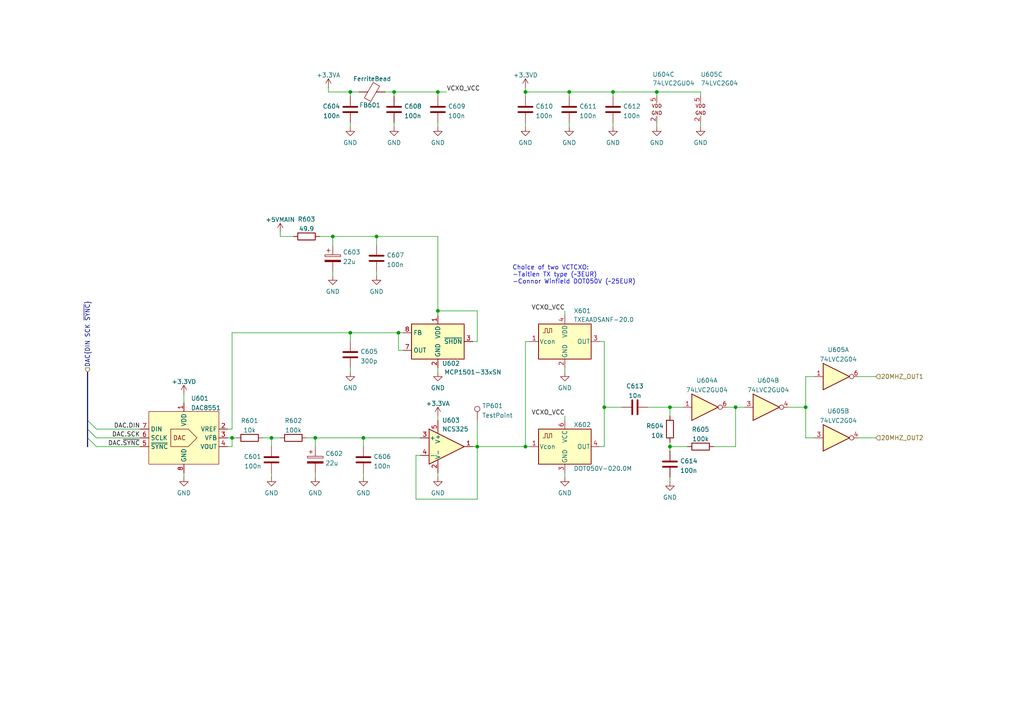
<source format=kicad_sch>
(kicad_sch (version 20211123) (generator eeschema)
  (paper "A4")
  (lib_symbols
    (symbol "+3.3VD_1" (power) (pin_names (offset 0))
      (property "Value" "+3.3VD_1" (at 0 3.556 0))
      (symbol "+3.3VD_1_0_1"
        (polyline (pts (xy -0.762 1.27) (xy 0 2.54)))
        (polyline (pts (xy 0 0) (xy 0 2.54)))
        (polyline (pts (xy 0 2.54) (xy 0.762 1.27)))
      )
      (symbol "+3.3VD_1_1_1"
        (pin power_in line (at 0 0 90) (length 0) hide (name "+3.3VD") (number "1"))
      )
    )
    (symbol "Amplifier_Operational:NCS325" (pin_names (offset 0.127))
      (property "Reference" "U" (at 0 6.35 0))
      (property "Value" "NCS325" (at 0 3.81 0))
      (symbol "NCS325_0_1"
        (polyline (pts (xy -5.08 5.08) (xy 5.08 0) (xy -5.08 -5.08) (xy -5.08 5.08)) (stroke (width 0.254)) (fill (type background)))
      )
      (symbol "NCS325_1_1"
        (pin output line (at 7.62 0 180) (length 2.54) (name "~") (number "1"))
        (pin power_in line (at -2.54 -7.62 90) (length 3.81) (name "V-") (number "2"))
        (pin input line (at -7.62 2.54 0) (length 2.54) (name "+") (number "3"))
        (pin input line (at -7.62 -2.54 0) (length 2.54) (name "-") (number "4"))
        (pin power_in line (at -2.54 7.62 270) (length 3.81) (name "V+") (number "5"))
      )
    )
    (symbol "Connector:TestPoint" (pin_numbers hide) (pin_names (offset 0.762) hide)
      (property "Reference" "TP" (at 0 6.858 0))
      (property "Value" "TestPoint" (at 0 5.08 0))
      (symbol "TestPoint_0_1"
        (circle (center 0 3.302) (radius 0.762))
      )
      (symbol "TestPoint_1_1"
        (pin passive line (at 0 0 90) (length 2.54) (name "1") (number "1"))
      )
    )
    (symbol "Device:C" (pin_numbers hide) (pin_names (offset 0.254))
      (property "Reference" "C" (at 0.635 2.54 0))
      (property "Value" "C" (at 0.635 -2.54 0))
      (symbol "C_0_1"
        (polyline (pts (xy -2.032 -0.762) (xy 2.032 -0.762)) (stroke (width 0.508)))
        (polyline (pts (xy -2.032 0.762) (xy 2.032 0.762)) (stroke (width 0.508)))
      )
      (symbol "C_1_1"
        (pin passive line (at 0 3.81 270) (length 2.794) (name "~") (number "1"))
        (pin passive line (at 0 -3.81 90) (length 2.794) (name "~") (number "2"))
      )
    )
    (symbol "Device:C_Polarized" (pin_numbers hide) (pin_names (offset 0.254))
      (property "Reference" "C" (at 0.635 2.54 0))
      (property "Value" "C_Polarized" (at 0.635 -2.54 0))
      (symbol "C_Polarized_0_1"
        (rectangle (start -2.286 0.508) (end 2.286 1.016))
        (polyline (pts (xy -1.778 2.286) (xy -0.762 2.286)))
        (polyline (pts (xy -1.27 2.794) (xy -1.27 1.778)))
        (rectangle (start 2.286 -0.508) (end -2.286 -1.016) (fill (type outline)))
      )
      (symbol "C_Polarized_1_1"
        (pin passive line (at 0 3.81 270) (length 2.794) (name "~") (number "1"))
        (pin passive line (at 0 -3.81 90) (length 2.794) (name "~") (number "2"))
      )
    )
    (symbol "Device:FerriteBead" (pin_numbers hide) (pin_names (offset 0))
      (property "Reference" "FB" (at -3.81 0.635 90))
      (property "Value" "FerriteBead" (at 3.81 0 90))
      (symbol "FerriteBead_0_1"
        (polyline (pts (xy 0 -1.27) (xy 0 -1.2192)))
        (polyline (pts (xy 0 1.27) (xy 0 1.2954)))
        (polyline (pts (xy -2.7686 0.4064) (xy -1.7018 2.2606) (xy 2.7686 -0.3048) (xy 1.6764 -2.159) (xy -2.7686 0.4064)))
      )
      (symbol "FerriteBead_1_1"
        (pin passive line (at 0 3.81 270) (length 2.54) (name "~") (number "1"))
        (pin passive line (at 0 -3.81 90) (length 2.54) (name "~") (number "2"))
      )
    )
    (symbol "Device:R" (pin_numbers hide) (pin_names (offset 0))
      (property "Reference" "R" (at 2.032 0 90))
      (property "Value" "R" (at 0 0 90))
      (symbol "R_0_1"
        (rectangle (start -1.016 -2.54) (end 1.016 2.54) (stroke (width 0.254)))
      )
      (symbol "R_1_1"
        (pin passive line (at 0 3.81 270) (length 1.27) (name "~") (number "1"))
        (pin passive line (at 0 -3.81 90) (length 1.27) (name "~") (number "2"))
      )
    )
    (symbol "Reference_Voltage:MCP1501-33xSN"
      (property "Reference" "U" (at -5.08 6.35 0))
      (property "Value" "MCP1501-33xSN" (at 11.43 6.35 0))
      (symbol "MCP1501-33xSN_0_0"
        (pin power_in line (at 0 7.62 270) (length 2.54) (name "VDD") (number "1"))
        (pin power_in line (at 0 -7.62 90) (length 2.54) (name "GND") (number "2"))
        (pin input line (at -10.16 0 0) (length 2.54) (name "~{SHDN}") (number "3"))
        (pin passive line (at 0 -7.62 90) (length 2.54) hide (name "GND") (number "4"))
        (pin passive line (at 0 -7.62 90) (length 2.54) hide (name "GND") (number "5"))
        (pin passive line (at 0 -7.62 90) (length 2.54) hide (name "GND") (number "6"))
        (pin power_out line (at 10.16 -2.54 180) (length 2.54) (name "OUT") (number "7"))
        (pin input line (at 10.16 2.54 180) (length 2.54) (name "FB") (number "8"))
      )
      (symbol "MCP1501-33xSN_0_1"
        (rectangle (start -7.62 5.08) (end 7.62 -5.08) (stroke (width 0.254)) (fill (type background)))
      )
    )
    (symbol "power:GND" (power) (pin_names (offset 0))
      (property "Value" "GND" (at 0 -3.81 0))
      (symbol "GND_0_1"
        (polyline (pts (xy 0 0) (xy 0 -1.27) (xy 1.27 -1.27) (xy 0 -2.54) (xy -1.27 -1.27) (xy 0 -1.27)))
      )
      (symbol "GND_1_1"
        (pin power_in line (at 0 0 270) (length 0) hide (name "GND") (number "1"))
      )
    )
    (symbol "symbols:+3.3VA" (power) (pin_names (offset 0))
      (property "Value" "+3.3VA" (at 0 3.556 0))
      (symbol "+3.3VA_0_1"
        (polyline (pts (xy -0.762 1.27) (xy 0 2.54)))
        (polyline (pts (xy 0 0) (xy 0 2.54)))
        (polyline (pts (xy 0 2.54) (xy 0.762 1.27)))
      )
      (symbol "+3.3VA_1_1"
        (pin power_in line (at 0 0 90) (length 0) hide (name "+3.3VA") (number "1"))
      )
    )
    (symbol "symbols:+3.3VD" (power) (pin_names (offset 0))
      (property "Value" "+3.3VD" (at 0 3.556 0))
      (symbol "+3.3VD_0_1"
        (polyline (pts (xy -0.762 1.27) (xy 0 2.54)))
        (polyline (pts (xy 0 0) (xy 0 2.54)))
        (polyline (pts (xy 0 2.54) (xy 0.762 1.27)))
      )
      (symbol "+3.3VD_1_1"
        (pin power_in line (at 0 0 90) (length 0) hide (name "+3.3VD") (number "1"))
      )
    )
    (symbol "symbols:+5VMAIN" (power) (pin_names (offset 0))
      (property "Value" "+5VMAIN" (at 0 3.556 0))
      (symbol "+5VMAIN_0_1"
        (polyline (pts (xy -0.762 1.27) (xy 0 2.54)))
        (polyline (pts (xy 0 0) (xy 0 2.54)))
        (polyline (pts (xy 0 2.54) (xy 0.762 1.27)))
      )
      (symbol "+5VMAIN_1_1"
        (pin power_in line (at 0 0 90) (length 0) hide (name "+5VMAIN") (number "1"))
      )
    )
    (symbol "symbols:74LVC2G04"
      (property "Reference" "U" (at 2.54 7.62 0))
      (property "Value" "74LVC2G04" (at 2.54 5.08 0))
      (symbol "74LVC2G04_1_1"
        (rectangle (start -2.54 3.81) (end -2.54 -3.81) (stroke (width 0.254)) (fill (type background)))
        (polyline (pts (xy -2.54 -3.81) (xy 5.08 0) (xy -2.54 3.81)) (stroke (width 0.254)) (fill (type background)))
        (circle (center 5.715 0) (radius 0.635))
        (pin input line (at -5.08 0 0) (length 2.54) (name "~") (number "1"))
        (pin output line (at 7.62 0 180) (length 1.27) (name "~") (number "6"))
      )
      (symbol "74LVC2G04_2_1"
        (rectangle (start -2.54 3.81) (end -2.54 -3.81) (stroke (width 0.254)) (fill (type background)))
        (polyline (pts (xy -2.54 -3.81) (xy 5.08 0) (xy -2.54 3.81)) (stroke (width 0.254)) (fill (type background)))
        (circle (center 5.715 0) (radius 0.635))
        (pin input line (at -5.08 0 0) (length 2.54) (name "~") (number "3"))
        (pin output line (at 7.62 0 180) (length 1.27) (name "~") (number "4"))
      )
      (symbol "74LVC2G04_3_0"
        (text "GND" (at 0 -1.016 0) (effects (font (size 1 1))))
        (text "VDD" (at 0 1.016 0) (effects (font (size 1 1))))
      )
      (symbol "74LVC2G04_3_1"
        (pin power_in line (at 0 -3.81 90) (length 1.905) (name "~") (number "2"))
        (pin power_in line (at 0 3.81 270) (length 1.905) (name "~") (number "5"))
      )
    )
    (symbol "symbols:74LVC2GU04"
      (property "Reference" "U" (at 2.54 7.62 0))
      (property "Value" "74LVC2GU04" (at 2.54 5.08 0))
      (symbol "74LVC2GU04_1_1"
        (rectangle (start -2.54 3.81) (end -2.54 -3.81) (stroke (width 0.254)) (fill (type background)))
        (polyline (pts (xy -2.54 -3.81) (xy 5.08 0) (xy -2.54 3.81)) (stroke (width 0.254)) (fill (type background)))
        (circle (center 5.715 0) (radius 0.635))
        (pin input line (at -5.08 0 0) (length 2.54) (name "~") (number "1"))
        (pin output line (at 7.62 0 180) (length 1.27) (name "~") (number "6"))
      )
      (symbol "74LVC2GU04_2_1"
        (rectangle (start -2.54 3.81) (end -2.54 -3.81) (stroke (width 0.254)) (fill (type background)))
        (polyline (pts (xy -2.54 -3.81) (xy 5.08 0) (xy -2.54 3.81)) (stroke (width 0.254)) (fill (type background)))
        (circle (center 5.715 0) (radius 0.635))
        (pin input line (at -5.08 0 0) (length 2.54) (name "~") (number "3"))
        (pin output line (at 7.62 0 180) (length 1.27) (name "~") (number "4"))
      )
      (symbol "74LVC2GU04_3_0"
        (text "GND" (at 0 -1.016 0) (effects (font (size 1 1))))
        (text "VDD" (at 0 1.016 0) (effects (font (size 1 1))))
      )
      (symbol "74LVC2GU04_3_1"
        (pin power_in line (at 0 -3.81 90) (length 1.905) (name "~") (number "2"))
        (pin power_in line (at 0 3.81 270) (length 1.905) (name "~") (number "5"))
      )
    )
    (symbol "symbols:DAC8551"
      (property "Reference" "U" (at 2.54 11.43 0))
      (property "Value" "DAC8551" (at 2.54 8.89 0))
      (symbol "DAC8551_0_0"
        (text "DAC" (at -1.27 0 0) (effects (font (size 1.27 1.27))))
      )
      (symbol "DAC8551_0_1"
        (rectangle (start -10.16 7.62) (end 10.16 -7.62) (fill (type background)))
        (polyline (pts (xy -3.81 2.54) (xy -3.81 -2.54) (xy 1.27 -2.54) (xy 3.81 0) (xy 1.27 2.54) (xy -3.81 2.54)))
      )
      (symbol "DAC8551_1_1"
        (pin power_in line (at 0 10.16 270) (length 2.54) (name "VDD") (number "1"))
        (pin input line (at 12.7 2.54 180) (length 2.54) (name "VREF") (number "2"))
        (pin input line (at 12.7 0 180) (length 2.54) (name "VFB") (number "3"))
        (pin output line (at 12.7 -2.54 180) (length 2.54) (name "VOUT") (number "4"))
        (pin input line (at -12.7 -2.54 0) (length 2.54) (name "~{SYNC}") (number "5"))
        (pin input line (at -12.7 0 0) (length 2.54) (name "SCLK") (number "6"))
        (pin input line (at -12.7 2.54 0) (length 2.54) (name "DIN") (number "7"))
        (pin power_in line (at 0 -10.16 90) (length 2.54) (name "GND") (number "8"))
      )
    )
    (symbol "symbols:DOT050V" (pin_names (offset 0.254))
      (property "Reference" "X" (at 2.54 6.35 0))
      (property "Value" "DOT050V" (at 2.54 -6.35 0))
      (symbol "DOT050V_0_1"
        (rectangle (start -7.62 5.08) (end 7.62 -5.08) (stroke (width 0.254)) (fill (type background)))
        (polyline (pts (xy -6.35 2.54) (xy -5.715 2.54) (xy -5.715 3.81) (xy -5.08 3.81) (xy -5.08 2.54) (xy -4.445 2.54) (xy -4.445 3.81) (xy -3.81 3.81) (xy -3.81 2.54)))
      )
      (symbol "DOT050V_1_1"
        (pin input line (at -10.16 0 0) (length 2.54) (name "Vcon") (number "1"))
        (pin power_in line (at 0 -7.62 90) (length 2.54) (name "GND") (number "3"))
        (pin output line (at 10.16 0 180) (length 2.54) (name "OUT") (number "4"))
        (pin power_in line (at 0 7.62 270) (length 2.54) (name "VCC") (number "6"))
      )
    )
    (symbol "symbols:TAITIEN-TX" (pin_names (offset 0.254))
      (property "Reference" "X" (at 2.54 6.35 0))
      (property "Value" "TAITIEN-TX" (at 2.54 -6.35 0))
      (symbol "TAITIEN-TX_0_1"
        (rectangle (start -7.62 5.08) (end 7.62 -5.08) (stroke (width 0.254)) (fill (type background)))
        (polyline (pts (xy -6.35 2.54) (xy -5.715 2.54) (xy -5.715 3.81) (xy -5.08 3.81) (xy -5.08 2.54) (xy -4.445 2.54) (xy -4.445 3.81) (xy -3.81 3.81) (xy -3.81 2.54)))
      )
      (symbol "TAITIEN-TX_1_1"
        (pin input line (at -10.16 0 0) (length 2.54) (name "Vcon") (number "1"))
        (pin power_in line (at 0 -7.62 90) (length 2.54) (name "GND") (number "2"))
        (pin output line (at 10.16 0 180) (length 2.54) (name "OUT") (number "3"))
        (pin power_in line (at 0 7.62 270) (length 2.54) (name "VDD") (number "4"))
      )
    )
  )
  (junction (at 91.44 127))
  (junction (at 109.22 68.58))
  (junction (at 127 90.17))
  (junction (at 175.26 118.11))
  (junction (at 177.8 26.67))
  (junction (at 78.74 127))
  (junction (at 152.4 26.67))
  (junction (at 96.52 68.58))
  (junction (at 213.36 118.11))
  (junction (at 194.31 129.54))
  (junction (at 101.6 26.67))
  (junction (at 114.3 26.67))
  (junction (at 152.4 129.54))
  (junction (at 115.57 96.52))
  (junction (at 67.31 127))
  (junction (at 233.68 118.11))
  (junction (at 105.41 127))
  (junction (at 127 26.67))
  (junction (at 165.1 26.67))
  (junction (at 101.6 96.52))
  (junction (at 194.31 118.11))
  (junction (at 190.5 26.67))
  (junction (at 138.43 129.54))
  (bus_entry (at 25.4 127) (size 2.54 2.54))
  (bus_entry (at 25.4 124.46) (size 2.54 2.54))
  (bus_entry (at 25.4 121.92) (size 2.54 2.54))
  (wire (pts (xy 105.41 127) (xy 105.41 129.54)))
  (wire (pts (xy 109.22 68.58) (xy 127 68.58)))
  (wire (pts (xy 233.68 118.11) (xy 233.68 109.22)))
  (wire (pts (xy 127 68.58) (xy 127 90.17)))
  (wire (pts (xy 228.6 118.11) (xy 233.68 118.11)))
  (wire (pts (xy 81.28 68.58) (xy 81.28 67.31)))
  (wire (pts (xy 175.26 129.54) (xy 173.99 129.54)))
  (wire (pts (xy 104.14 26.67) (xy 101.6 26.67)))
  (wire (pts (xy 163.83 106.68) (xy 163.83 107.95)))
  (wire (pts (xy 88.9 127) (xy 91.44 127)))
  (wire (pts (xy 165.1 26.67) (xy 165.1 27.94)))
  (wire (pts (xy 236.22 127) (xy 233.68 127)))
  (wire (pts (xy 120.65 144.78) (xy 138.43 144.78)))
  (wire (pts (xy 210.82 118.11) (xy 213.36 118.11)))
  (wire (pts (xy 96.52 68.58) (xy 109.22 68.58)))
  (wire (pts (xy 127 26.67) (xy 127 27.94)))
  (wire (pts (xy 91.44 127) (xy 91.44 129.54)))
  (wire (pts (xy 152.4 25.4) (xy 152.4 26.67)))
  (wire (pts (xy 152.4 35.56) (xy 152.4 36.83)))
  (wire (pts (xy 67.31 96.52) (xy 101.6 96.52)))
  (wire (pts (xy 138.43 99.06) (xy 137.16 99.06)))
  (wire (pts (xy 67.31 127) (xy 68.58 127)))
  (wire (pts (xy 175.26 118.11) (xy 180.34 118.11)))
  (wire (pts (xy 92.71 68.58) (xy 96.52 68.58)))
  (wire (pts (xy 194.31 129.54) (xy 194.31 130.81)))
  (wire (pts (xy 127 106.68) (xy 127 107.95)))
  (wire (pts (xy 127 91.44) (xy 127 90.17)))
  (wire (pts (xy 127 35.56) (xy 127 36.83)))
  (wire (pts (xy 163.83 137.16) (xy 163.83 138.43)))
  (wire (pts (xy 152.4 99.06) (xy 152.4 129.54)))
  (wire (pts (xy 67.31 127) (xy 67.31 129.54)))
  (wire (pts (xy 163.83 120.65) (xy 163.83 121.92)))
  (wire (pts (xy 96.52 78.74) (xy 96.52 80.01)))
  (wire (pts (xy 27.94 129.54) (xy 40.64 129.54)))
  (wire (pts (xy 120.65 132.08) (xy 120.65 144.78)))
  (wire (pts (xy 111.76 26.67) (xy 114.3 26.67)))
  (wire (pts (xy 175.26 99.06) (xy 175.26 118.11)))
  (wire (pts (xy 153.67 99.06) (xy 152.4 99.06)))
  (wire (pts (xy 78.74 127) (xy 78.74 129.54)))
  (wire (pts (xy 101.6 96.52) (xy 101.6 99.06)))
  (wire (pts (xy 190.5 35.56) (xy 190.5 36.83)))
  (wire (pts (xy 163.83 90.17) (xy 163.83 91.44)))
  (wire (pts (xy 173.99 99.06) (xy 175.26 99.06)))
  (wire (pts (xy 138.43 129.54) (xy 152.4 129.54)))
  (wire (pts (xy 137.16 129.54) (xy 138.43 129.54)))
  (wire (pts (xy 233.68 127) (xy 233.68 118.11)))
  (wire (pts (xy 175.26 118.11) (xy 175.26 129.54)))
  (wire (pts (xy 152.4 129.54) (xy 153.67 129.54)))
  (wire (pts (xy 233.68 109.22) (xy 236.22 109.22)))
  (wire (pts (xy 127 120.65) (xy 127 121.92)))
  (wire (pts (xy 127 137.16) (xy 127 138.43)))
  (wire (pts (xy 194.31 128.27) (xy 194.31 129.54)))
  (wire (pts (xy 152.4 26.67) (xy 152.4 27.94)))
  (wire (pts (xy 53.34 137.16) (xy 53.34 138.43)))
  (wire (pts (xy 165.1 35.56) (xy 165.1 36.83)))
  (wire (pts (xy 190.5 26.67) (xy 190.5 27.94)))
  (wire (pts (xy 138.43 90.17) (xy 138.43 99.06)))
  (wire (pts (xy 53.34 114.3) (xy 53.34 116.84)))
  (wire (pts (xy 165.1 26.67) (xy 177.8 26.67)))
  (wire (pts (xy 66.04 124.46) (xy 67.31 124.46)))
  (wire (pts (xy 105.41 137.16) (xy 105.41 138.43)))
  (wire (pts (xy 66.04 127) (xy 67.31 127)))
  (wire (pts (xy 248.92 127) (xy 254 127)))
  (wire (pts (xy 91.44 127) (xy 105.41 127)))
  (wire (pts (xy 101.6 26.67) (xy 101.6 27.94)))
  (wire (pts (xy 109.22 78.74) (xy 109.22 80.01)))
  (wire (pts (xy 91.44 137.16) (xy 91.44 138.43)))
  (wire (pts (xy 27.94 124.46) (xy 40.64 124.46)))
  (wire (pts (xy 194.31 118.11) (xy 198.12 118.11)))
  (bus (pts (xy 25.4 124.46) (xy 25.4 127)))
  (wire (pts (xy 115.57 96.52) (xy 115.57 101.6)))
  (wire (pts (xy 248.92 109.22) (xy 254 109.22)))
  (wire (pts (xy 207.01 129.54) (xy 213.36 129.54)))
  (wire (pts (xy 109.22 68.58) (xy 109.22 71.12)))
  (wire (pts (xy 76.2 127) (xy 78.74 127)))
  (wire (pts (xy 152.4 26.67) (xy 165.1 26.67)))
  (wire (pts (xy 177.8 26.67) (xy 177.8 27.94)))
  (wire (pts (xy 114.3 26.67) (xy 127 26.67)))
  (wire (pts (xy 138.43 144.78) (xy 138.43 129.54)))
  (wire (pts (xy 187.96 118.11) (xy 194.31 118.11)))
  (wire (pts (xy 96.52 68.58) (xy 96.52 71.12)))
  (wire (pts (xy 213.36 118.11) (xy 215.9 118.11)))
  (wire (pts (xy 66.04 129.54) (xy 67.31 129.54)))
  (wire (pts (xy 177.8 35.56) (xy 177.8 36.83)))
  (wire (pts (xy 194.31 129.54) (xy 199.39 129.54)))
  (bus (pts (xy 25.4 107.95) (xy 25.4 121.92)))
  (wire (pts (xy 115.57 96.52) (xy 101.6 96.52)))
  (wire (pts (xy 101.6 35.56) (xy 101.6 36.83)))
  (bus (pts (xy 25.4 121.92) (xy 25.4 124.46)))
  (wire (pts (xy 105.41 127) (xy 121.92 127)))
  (wire (pts (xy 27.94 127) (xy 40.64 127)))
  (wire (pts (xy 203.2 26.67) (xy 203.2 27.94)))
  (wire (pts (xy 177.8 26.67) (xy 190.5 26.67)))
  (wire (pts (xy 114.3 35.56) (xy 114.3 36.83)))
  (wire (pts (xy 194.31 120.65) (xy 194.31 118.11)))
  (wire (pts (xy 116.84 96.52) (xy 115.57 96.52)))
  (wire (pts (xy 101.6 106.68) (xy 101.6 107.95)))
  (wire (pts (xy 127 26.67) (xy 129.54 26.67)))
  (wire (pts (xy 213.36 129.54) (xy 213.36 118.11)))
  (bus (pts (xy 25.4 127) (xy 25.4 129.54)))
  (wire (pts (xy 121.92 132.08) (xy 120.65 132.08)))
  (wire (pts (xy 67.31 124.46) (xy 67.31 96.52)))
  (wire (pts (xy 127 90.17) (xy 138.43 90.17)))
  (wire (pts (xy 95.25 25.4) (xy 95.25 26.67)))
  (wire (pts (xy 114.3 26.67) (xy 114.3 27.94)))
  (wire (pts (xy 78.74 137.16) (xy 78.74 138.43)))
  (wire (pts (xy 78.74 127) (xy 81.28 127)))
  (wire (pts (xy 138.43 121.92) (xy 138.43 129.54)))
  (wire (pts (xy 203.2 35.56) (xy 203.2 36.83)))
  (wire (pts (xy 190.5 26.67) (xy 203.2 26.67)))
  (wire (pts (xy 115.57 101.6) (xy 116.84 101.6)))
  (wire (pts (xy 81.28 68.58) (xy 85.09 68.58)))
  (wire (pts (xy 194.31 139.7) (xy 194.31 138.43)))
  (wire (pts (xy 95.25 26.67) (xy 101.6 26.67)))
  (text "Choice of two VCTCXO:\n-Taitien TX type (~3EUR)\n-Connor Winfield DOT050V (~25EUR)" (at 148.59 82.55 0) (effects (font (size 1.27 1.27)) (justify left bottom)))
  (label "DAC.~{SYNC}" (at 40.64 129.54 180))
  (label "VCXO_VCC" (at 163.83 120.65 180))
  (label "VCXO_VCC" (at 163.83 90.17 180))
  (label "VCXO_VCC" (at 129.54 26.67 0))
  (label "DAC.SCK" (at 40.64 127 180))
  (label "DAC.DIN" (at 40.64 124.46 180))
  (hierarchical_label "20MHZ_OUT1" (shape input) (at 254 109.22 0))
  (hierarchical_label "DAC{DIN SCK ~{SYNC}}" (shape input) (at 25.4 107.95 90))
  (hierarchical_label "20MHZ_OUT2" (shape input) (at 254 127 0))
  (symbol (lib_id "power:GND") (at 109.22 80.01 0) (unit 1)
    (property "Reference" "#PWR0611" (effects hide))
    (property "Value" "GND" (at 109.22 84.5725 0))
  )
  (symbol (lib_id "Device:C") (at 177.8 31.75 180) (unit 1)
    (property "Reference" "C612" (at 180.721 30.8415 0) (effects (justify right)))
    (property "Value" "100n" (at 180.721 33.6166 0) (effects (justify right)))
    (property "Footprint" "Capacitor_SMD:C_0805_2012Metric" (effects hide))
  )
  (symbol (lib_id "Device:C") (at 101.6 31.75 180) (unit 1)
    (property "Reference" "C604" (at 98.679 30.8415 0) (effects (justify left)))
    (property "Value" "100n" (at 98.679 33.6166 0) (effects (justify left)))
    (property "Footprint" "Capacitor_SMD:C_0805_2012Metric" (effects hide))
  )
  (symbol (lib_id "symbols:74LVC2G04") (at 241.3 109.22 0) (unit 1)
    (property "Reference" "U605" (at 243.1415 101.4435 0))
    (property "Value" "74LVC2G04" (at 243.1415 104.2186 0))
    (property "Footprint" "Package_TO_SOT_SMD:SOT-23-6" (effects hide))
    (property "Datasheet" "https://assets.nexperia.com/documents/data-sheet/74LVC2GU04.pdf" (effects hide))
  )
  (symbol (lib_id "symbols:74LVC2GU04") (at 220.98 118.11 0) (unit 2)
    (property "Reference" "U604" (at 222.8215 110.3335 0))
    (property "Value" "74LVC2GU04" (at 222.8215 113.1086 0))
    (property "Footprint" "Package_TO_SOT_SMD:SOT-23-6" (effects hide))
    (property "Datasheet" "https://assets.nexperia.com/documents/data-sheet/74LVC2GU04.pdf" (effects hide))
  )
  (symbol (lib_id "power:GND") (at 53.34 138.43 0) (unit 1)
    (property "Reference" "#PWR0602" (effects hide))
    (property "Value" "GND" (at 53.34 142.9925 0))
  )
  (symbol (lib_id "Device:R") (at 72.39 127 90) (unit 1)
    (property "Reference" "R601" (at 72.39 122.0175 90))
    (property "Value" "10k" (at 72.39 124.7926 90))
    (property "Footprint" "Resistor_SMD:R_0805_2012Metric" (effects hide))
  )
  (symbol (lib_id "Device:C_Polarized") (at 96.52 74.93 0) (unit 1)
    (property "Reference" "C603" (at 99.441 73.1325 0) (effects (justify left)))
    (property "Value" "22u" (at 99.441 75.9076 0) (effects (justify left)))
  )
  (symbol (lib_id "Device:R") (at 88.9 68.58 270) (unit 1)
    (property "Reference" "R603" (at 88.9 63.5975 90))
    (property "Value" "49.9" (at 88.9 66.3726 90))
    (property "Footprint" "Resistor_SMD:R_0805_2012Metric" (effects hide))
  )
  (symbol (lib_id "symbols:74LVC2GU04") (at 190.5 31.75 0) (unit 3)
    (property "Reference" "U604" (at 189.23 21.59 0) (effects (justify left)))
    (property "Value" "74LVC2GU04" (at 189.23 24.13 0) (effects (justify left)))
    (property "Footprint" "Package_TO_SOT_SMD:SOT-23-6" (effects hide))
    (property "Datasheet" "https://assets.nexperia.com/documents/data-sheet/74LVC2GU04.pdf" (effects hide))
  )
  (symbol (lib_id "power:GND") (at 203.2 36.83 0) (unit 1)
    (property "Reference" "#PWR0625" (effects hide))
    (property "Value" "GND" (at 203.2 41.3925 0))
  )
  (symbol (lib_id "symbols:DOT050V") (at 163.83 129.54 0) (unit 1)
    (property "Reference" "X602" (at 166.37 123.19 0) (effects (justify left)))
    (property "Value" "DOT050V-020.0M" (at 166.37 135.89 0) (effects (justify left)))
    (property "Datasheet" "http://www.conwin.com/datasheets/tx/tx395.pdf" (effects hide))
  )
  (symbol (lib_id "power:GND") (at 152.4 36.83 0) (unit 1)
    (property "Reference" "#PWR0618" (effects hide))
    (property "Value" "GND" (at 152.4 41.3925 0))
  )
  (symbol (lib_id "power:GND") (at 91.44 138.43 0) (unit 1)
    (property "Reference" "#PWR0605" (effects hide))
    (property "Value" "GND" (at 91.44 142.9925 0))
  )
  (symbol (lib_id "Device:C") (at 165.1 31.75 180) (unit 1)
    (property "Reference" "C611" (at 168.021 30.8415 0) (effects (justify right)))
    (property "Value" "100n" (at 168.021 33.6166 0) (effects (justify right)))
    (property "Footprint" "Capacitor_SMD:C_0805_2012Metric" (effects hide))
  )
  (symbol (lib_id "Device:C") (at 184.15 118.11 270) (unit 1)
    (property "Reference" "C613" (at 184.15 111.9845 90))
    (property "Value" "10n" (at 184.15 114.7596 90))
    (property "Footprint" "Capacitor_SMD:C_0805_2012Metric" (effects hide))
    (property "Remarks" "Class 1" (effects hide))
  )
  (symbol (lib_id "Device:C") (at 114.3 31.75 180) (unit 1)
    (property "Reference" "C608" (at 117.221 30.8415 0) (effects (justify right)))
    (property "Value" "100n" (at 117.221 33.6166 0) (effects (justify right)))
    (property "Footprint" "Capacitor_SMD:C_0805_2012Metric" (effects hide))
  )
  (symbol (lib_id "Device:C") (at 109.22 74.93 0) (unit 1)
    (property "Reference" "C607" (at 112.141 74.0215 0) (effects (justify left)))
    (property "Value" "100n" (at 112.141 76.7966 0) (effects (justify left)))
    (property "Footprint" "Capacitor_SMD:C_0805_2012Metric" (effects hide))
  )
  (symbol (lib_id "power:GND") (at 194.31 139.7 0) (unit 1)
    (property "Reference" "#PWR0624" (effects hide))
    (property "Value" "GND" (at 194.31 144.2625 0))
  )
  (symbol (lib_id "power:GND") (at 101.6 36.83 0) (unit 1)
    (property "Reference" "#PWR0608" (effects hide))
    (property "Value" "GND" (at 101.6 41.3925 0))
  )
  (symbol (lib_id "symbols:74LVC2G04") (at 241.3 127 0) (unit 2)
    (property "Reference" "U605" (at 243.1415 119.2235 0))
    (property "Value" "74LVC2G04" (at 243.1415 121.9986 0))
    (property "Footprint" "Package_TO_SOT_SMD:SOT-23-6" (effects hide))
    (property "Datasheet" "https://assets.nexperia.com/documents/data-sheet/74LVC2GU04.pdf" (effects hide))
  )
  (symbol (lib_id "power:GND") (at 165.1 36.83 0) (unit 1)
    (property "Reference" "#PWR0621" (effects hide))
    (property "Value" "GND" (at 165.1 41.3925 0))
  )
  (symbol (lib_id "symbols:+3.3VA") (at 127 120.65 0) (unit 1)
    (property "Reference" "#PWR0615" (effects hide))
    (property "Value" "+3.3VA" (at 127 117.0455 0))
  )
  (symbol (lib_id "power:GND") (at 101.6 107.95 0) (unit 1)
    (property "Reference" "#PWR0609" (effects hide))
    (property "Value" "GND" (at 101.6 112.5125 0))
  )
  (symbol (lib_id "power:GND") (at 114.3 36.83 0) (unit 1)
    (property "Reference" "#PWR0612" (effects hide))
    (property "Value" "GND" (at 114.3 41.3925 0))
  )
  (symbol (lib_id "symbols:74LVC2GU04") (at 203.2 118.11 0) (unit 1)
    (property "Reference" "U604" (at 205.0415 110.3335 0))
    (property "Value" "74LVC2GU04" (at 205.0415 113.1086 0))
    (property "Footprint" "Package_TO_SOT_SMD:SOT-23-6" (effects hide))
    (property "Datasheet" "https://assets.nexperia.com/documents/data-sheet/74LVC2GU04.pdf" (effects hide))
  )
  (symbol (lib_id "Device:C") (at 127 31.75 180) (unit 1)
    (property "Reference" "C609" (at 129.921 30.8415 0) (effects (justify right)))
    (property "Value" "100n" (at 129.921 33.6166 0) (effects (justify right)))
    (property "Footprint" "Capacitor_SMD:C_0805_2012Metric" (effects hide))
  )
  (symbol (lib_id "Device:C") (at 152.4 31.75 180) (unit 1)
    (property "Reference" "C610" (at 155.321 30.8415 0) (effects (justify right)))
    (property "Value" "100n" (at 155.321 33.6166 0) (effects (justify right)))
    (property "Footprint" "Capacitor_SMD:C_0805_2012Metric" (effects hide))
  )
  (symbol (lib_id "power:GND") (at 163.83 107.95 0) (unit 1)
    (property "Reference" "#PWR0619" (effects hide))
    (property "Value" "GND" (at 163.83 112.5125 0))
  )
  (symbol (lib_id "Reference_Voltage:MCP1501-33xSN") (at 127 99.06 0) (mirror y) (unit 1)
    (property "Reference" "U602" (at 130.81 105.41 0))
    (property "Value" "MCP1501-33xSN" (at 137.16 107.95 0))
    (property "Footprint" "Package_SO:SOIC-8_3.9x4.9mm_P1.27mm" (effects hide))
    (property "Datasheet" "http://ww1.microchip.com/downloads/en/DeviceDoc/20005474E.pdf" (effects hide))
  )
  (symbol (lib_id "power:GND") (at 127 107.95 0) (unit 1)
    (property "Reference" "#PWR0614" (effects hide))
    (property "Value" "GND" (at 127 112.5125 0))
  )
  (symbol (lib_id "Amplifier_Operational:NCS325") (at 129.54 129.54 0) (unit 1)
    (property "Reference" "U603" (at 130.81 121.92 0))
    (property "Value" "NCS325" (at 132.08 124.46 0))
    (property "Footprint" "Package_TO_SOT_SMD:SOT-23-5" (effects hide))
    (property "Datasheet" "http://www.onsemi.com/pub/Collateral/NCS325-D.PDF" (effects hide))
  )
  (symbol (lib_id "Device:C") (at 78.74 133.35 0) (unit 1)
    (property "Reference" "C601" (at 75.8191 132.4415 0) (effects (justify right)))
    (property "Value" "100n" (at 75.8191 135.2166 0) (effects (justify right)))
    (property "Footprint" "Capacitor_SMD:C_0805_2012Metric" (effects hide))
    (property "Remarks" "Class 1" (effects hide))
  )
  (symbol (lib_id "power:GND") (at 78.74 138.43 0) (unit 1)
    (property "Reference" "#PWR0603" (effects hide))
    (property "Value" "GND" (at 78.74 142.9925 0))
  )
  (symbol (lib_id "power:GND") (at 190.5 36.83 0) (unit 1)
    (property "Reference" "#PWR0623" (effects hide))
    (property "Value" "GND" (at 190.5 41.3925 0))
  )
  (symbol (lib_id "power:GND") (at 96.52 80.01 0) (unit 1)
    (property "Reference" "#PWR0607" (effects hide))
    (property "Value" "GND" (at 96.52 84.5725 0))
  )
  (symbol (lib_id "Device:FerriteBead") (at 107.95 26.67 90) (unit 1)
    (property "Reference" "FB601" (at 107.315 30.48 90))
    (property "Value" "FerriteBead" (at 107.95 22.86 90))
  )
  (symbol (lib_id "power:GND") (at 127 138.43 0) (unit 1)
    (property "Reference" "#PWR0616" (effects hide))
    (property "Value" "GND" (at 127 142.9925 0))
  )
  (symbol (lib_id "power:GND") (at 127 36.83 0) (unit 1)
    (property "Reference" "#PWR0613" (effects hide))
    (property "Value" "GND" (at 127 41.3925 0))
  )
  (symbol (lib_id "Device:C") (at 194.31 134.62 180) (unit 1)
    (property "Reference" "C614" (at 197.231 133.7115 0) (effects (justify right)))
    (property "Value" "100n" (at 197.231 136.4866 0) (effects (justify right)))
    (property "Footprint" "Capacitor_SMD:C_0805_2012Metric" (effects hide))
    (property "Remarks" "Class 1" (effects hide))
  )
  (symbol (lib_id "symbols:+3.3VA") (at 95.25 25.4 0) (unit 1)
    (property "Reference" "#PWR0606" (effects hide))
    (property "Value" "+3.3VA" (at 95.25 21.7955 0))
  )
  (symbol (lib_id "power:GND") (at 163.83 138.43 0) (unit 1)
    (property "Reference" "#PWR0620" (effects hide))
    (property "Value" "GND" (at 163.83 142.9925 0))
  )
  (symbol (lib_id "Device:R") (at 203.2 129.54 90) (unit 1)
    (property "Reference" "R605" (at 203.2 124.5575 90))
    (property "Value" "100k" (at 203.2 127.3326 90))
    (property "Footprint" "Resistor_SMD:R_0805_2012Metric" (effects hide))
  )
  (symbol (lib_id "symbols:74LVC2G04") (at 203.2 31.75 0) (unit 3)
    (property "Reference" "U605" (at 203.2 21.59 0) (effects (justify left)))
    (property "Value" "74LVC2G04" (at 203.2 24.13 0) (effects (justify left)))
    (property "Footprint" "Package_TO_SOT_SMD:SOT-23-6" (effects hide))
    (property "Datasheet" "https://assets.nexperia.com/documents/data-sheet/74LVC2GU04.pdf" (effects hide))
  )
  (symbol (lib_id "Device:R") (at 85.09 127 90) (unit 1)
    (property "Reference" "R602" (at 85.09 122.0175 90))
    (property "Value" "100k" (at 85.09 124.7926 90))
    (property "Footprint" "Resistor_SMD:R_0805_2012Metric" (effects hide))
  )
  (symbol (lib_id "symbols:+5VMAIN") (at 81.28 67.31 0) (unit 1)
    (property "Reference" "#PWR0604" (effects hide))
    (property "Value" "+5VMAIN" (at 81.28 63.7055 0))
  )
  (symbol (lib_id "Connector:TestPoint") (at 138.43 121.92 0) (unit 1)
    (property "Reference" "TP601" (at 139.827 117.7095 0) (effects (justify left)))
    (property "Value" "TestPoint" (at 139.827 120.4846 0) (effects (justify left)))
    (property "Footprint" "TestPoint:TestPoint_THTPad_D1.0mm_Drill0.5mm" (effects hide))
  )
  (symbol (lib_id "Device:C") (at 101.6 102.87 0) (unit 1)
    (property "Reference" "C605" (at 104.521 101.9615 0) (effects (justify left)))
    (property "Value" "300p" (at 104.521 104.7366 0) (effects (justify left)))
    (property "Footprint" "Capacitor_SMD:C_0805_2012Metric" (effects hide))
  )
  (symbol (lib_id "power:GND") (at 105.41 138.43 0) (unit 1)
    (property "Reference" "#PWR0610" (effects hide))
    (property "Value" "GND" (at 105.41 142.9925 0))
  )
  (symbol (lib_id "symbols:TAITIEN-TX") (at 163.83 99.06 0) (unit 1)
    (property "Reference" "X601" (at 166.37 90.17 0) (effects (justify left)))
    (property "Value" "TXEAADSANF-20.0" (at 166.37 92.71 0) (effects (justify left)))
    (property "Footprint" "Crystal:Crystal_SMD_3225-4Pin_3.2x2.5mm" (effects hide))
    (property "Datasheet" "https://www.taitien.com/wp-content/uploads/2015/12/XO-0076_TX.pdf" (effects hide))
  )
  (symbol (lib_id "power:GND") (at 177.8 36.83 0) (unit 1)
    (property "Reference" "#PWR0622" (effects hide))
    (property "Value" "GND" (at 177.8 41.3925 0))
  )
  (symbol (lib_id "symbols:DAC8551") (at 53.34 127 0) (unit 1)
    (property "Reference" "U601" (at 55.3594 115.5405 0) (effects (justify left)))
    (property "Value" "DAC8551" (at 55.3594 118.3156 0) (effects (justify left)))
    (property "Footprint" "Package_SO:VSSOP-8_3.0x3.0mm_P0.65mm" (effects hide))
    (property "Datasheet" "https://www.ti.com/lit/ds/symlink/dac8551.pdf" (effects hide))
  )
  (symbol (lib_id "symbols:+3.3VD") (at 53.34 114.3 0) (unit 1)
    (property "Reference" "#PWR0601" (effects hide))
    (property "Value" "+3.3VD" (at 53.34 110.6955 0))
  )
  (symbol (lib_name "+3.3VD_1") (lib_id "symbols:+3.3VD") (at 152.4 25.4 0) (unit 1)
    (property "Reference" "#PWR0617" (effects hide))
    (property "Value" "+3.3VD" (at 152.4 21.7955 0))
  )
  (symbol (lib_id "Device:C_Polarized") (at 91.44 133.35 0) (unit 1)
    (property "Reference" "C602" (at 94.361 131.5525 0) (effects (justify left)))
    (property "Value" "22u" (at 94.361 134.3276 0) (effects (justify left)))
    (property "Remarks" ">=10V, low leak" (effects hide))
  )
  (symbol (lib_id "Device:R") (at 194.31 124.46 0) (unit 1)
    (property "Reference" "R604" (at 192.532 123.5515 0) (effects (justify right)))
    (property "Value" "10k" (at 192.532 126.3266 0) (effects (justify right)))
    (property "Footprint" "Resistor_SMD:R_0805_2012Metric" (effects hide))
  )
  (symbol (lib_id "Device:C") (at 105.41 133.35 0) (unit 1)
    (property "Reference" "C606" (at 108.331 132.4415 0) (effects (justify left)))
    (property "Value" "100n" (at 108.331 135.2166 0) (effects (justify left)))
    (property "Footprint" "Capacitor_SMD:C_0805_2012Metric" (effects hide))
    (property "Remarks" "Class 1" (effects hide))
  )
)
</source>
